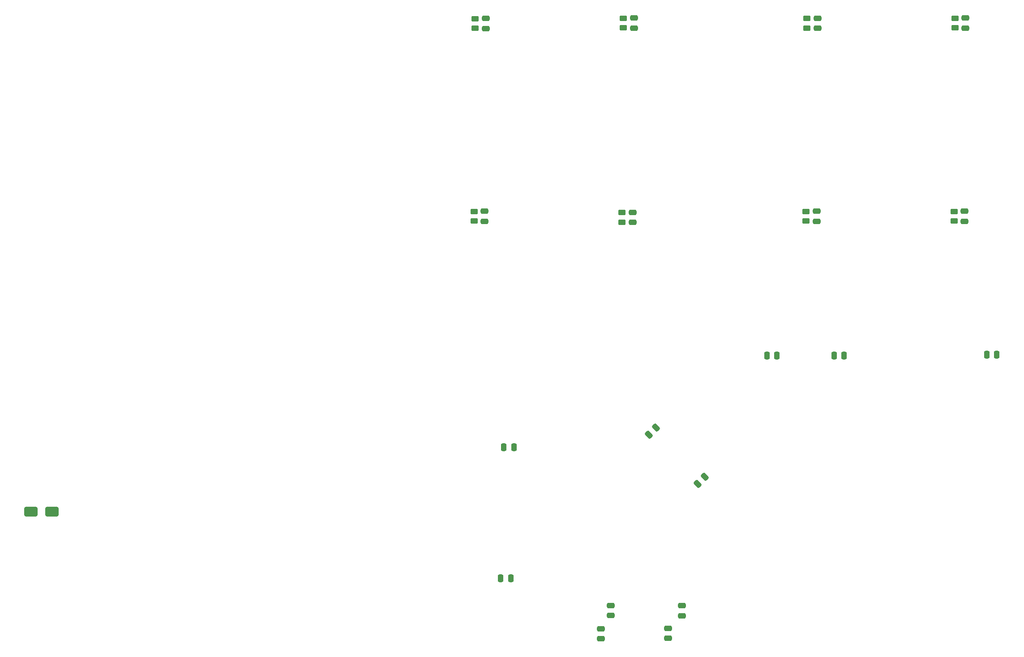
<source format=gbp>
%TF.GenerationSoftware,KiCad,Pcbnew,9.0.2*%
%TF.CreationDate,2025-12-27T14:45:29+07:00*%
%TF.ProjectId,Controller48V,436f6e74-726f-46c6-9c65-723438562e6b,rev?*%
%TF.SameCoordinates,Original*%
%TF.FileFunction,Paste,Bot*%
%TF.FilePolarity,Positive*%
%FSLAX46Y46*%
G04 Gerber Fmt 4.6, Leading zero omitted, Abs format (unit mm)*
G04 Created by KiCad (PCBNEW 9.0.2) date 2025-12-27 14:45:29*
%MOMM*%
%LPD*%
G01*
G04 APERTURE LIST*
G04 Aperture macros list*
%AMRoundRect*
0 Rectangle with rounded corners*
0 $1 Rounding radius*
0 $2 $3 $4 $5 $6 $7 $8 $9 X,Y pos of 4 corners*
0 Add a 4 corners polygon primitive as box body*
4,1,4,$2,$3,$4,$5,$6,$7,$8,$9,$2,$3,0*
0 Add four circle primitives for the rounded corners*
1,1,$1+$1,$2,$3*
1,1,$1+$1,$4,$5*
1,1,$1+$1,$6,$7*
1,1,$1+$1,$8,$9*
0 Add four rect primitives between the rounded corners*
20,1,$1+$1,$2,$3,$4,$5,0*
20,1,$1+$1,$4,$5,$6,$7,0*
20,1,$1+$1,$6,$7,$8,$9,0*
20,1,$1+$1,$8,$9,$2,$3,0*%
G04 Aperture macros list end*
%ADD10RoundRect,0.250000X-0.475000X0.250000X-0.475000X-0.250000X0.475000X-0.250000X0.475000X0.250000X0*%
%ADD11RoundRect,0.250000X-0.250000X-0.475000X0.250000X-0.475000X0.250000X0.475000X-0.250000X0.475000X0*%
%ADD12RoundRect,0.250000X0.475000X-0.250000X0.475000X0.250000X-0.475000X0.250000X-0.475000X-0.250000X0*%
%ADD13RoundRect,0.250000X0.450000X-0.262500X0.450000X0.262500X-0.450000X0.262500X-0.450000X-0.262500X0*%
%ADD14RoundRect,0.250000X-1.000000X-0.650000X1.000000X-0.650000X1.000000X0.650000X-1.000000X0.650000X0*%
%ADD15RoundRect,0.250000X0.159099X-0.512652X0.512652X-0.159099X-0.159099X0.512652X-0.512652X0.159099X0*%
G04 APERTURE END LIST*
D10*
%TO.C,C5*%
X283033533Y-114085223D03*
X283033533Y-115985223D03*
%TD*%
D11*
%TO.C,C20*%
X258361782Y-141424999D03*
X260261782Y-141424999D03*
%TD*%
D10*
%TO.C,C4*%
X283217482Y-77525391D03*
X283217482Y-79425391D03*
%TD*%
%TO.C,C8*%
X220500000Y-77528669D03*
X220500000Y-79428669D03*
%TD*%
D12*
%TO.C,C53*%
X214293115Y-195013072D03*
X214293115Y-193113072D03*
%TD*%
D13*
%TO.C,R14*%
X190283533Y-115947723D03*
X190283533Y-114122723D03*
%TD*%
%TO.C,R5*%
X253217482Y-79437891D03*
X253217482Y-77612891D03*
%TD*%
D10*
%TO.C,C62*%
X216116979Y-188729692D03*
X216116979Y-190629692D03*
%TD*%
%TO.C,C1*%
X255217482Y-77575391D03*
X255217482Y-79475391D03*
%TD*%
D14*
%TO.C,D21*%
X106500000Y-171000000D03*
X110500000Y-171000000D03*
%TD*%
D11*
%TO.C,C19*%
X245635000Y-141425000D03*
X247535000Y-141425000D03*
%TD*%
D13*
%TO.C,R20*%
X218283533Y-116147723D03*
X218283533Y-114322723D03*
%TD*%
D15*
%TO.C,C50*%
X223328249Y-156421751D03*
X224671751Y-155078249D03*
%TD*%
D10*
%TO.C,C12*%
X220283533Y-114285223D03*
X220283533Y-116185223D03*
%TD*%
D11*
%TO.C,C30*%
X195900000Y-158775000D03*
X197800000Y-158775000D03*
%TD*%
D13*
%TO.C,R13*%
X218500000Y-79391169D03*
X218500000Y-77566169D03*
%TD*%
D10*
%TO.C,C11*%
X192500000Y-77578669D03*
X192500000Y-79478669D03*
%TD*%
%TO.C,C61*%
X229616979Y-188779692D03*
X229616979Y-190679692D03*
%TD*%
D12*
%TO.C,C54*%
X227000000Y-194950000D03*
X227000000Y-193050000D03*
%TD*%
D10*
%TO.C,C9*%
X192283533Y-114085223D03*
X192283533Y-115985223D03*
%TD*%
D11*
%TO.C,C42*%
X287240000Y-141283200D03*
X289140000Y-141283200D03*
%TD*%
D13*
%TO.C,R6*%
X253033533Y-115947723D03*
X253033533Y-114122723D03*
%TD*%
D15*
%TO.C,C49*%
X232578249Y-165671751D03*
X233921751Y-164328249D03*
%TD*%
D10*
%TO.C,C2*%
X255033533Y-114085223D03*
X255033533Y-115985223D03*
%TD*%
D13*
%TO.C,R19*%
X190500000Y-79441169D03*
X190500000Y-77616169D03*
%TD*%
%TO.C,R12*%
X281033533Y-115947723D03*
X281033533Y-114122723D03*
%TD*%
D11*
%TO.C,C31*%
X195323857Y-183579922D03*
X197223857Y-183579922D03*
%TD*%
D13*
%TO.C,R11*%
X281217482Y-79387891D03*
X281217482Y-77562891D03*
%TD*%
M02*

</source>
